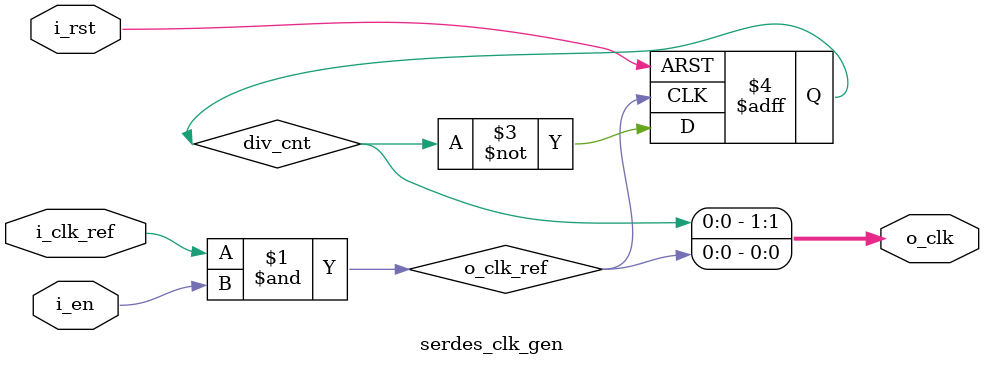
<source format=v>

`timescale 1ns/1ps
`default_nettype none
// verilog_format: on

module serdes_clk_gen (

    // input signals
    i_clk_ref,
    i_rst,
    i_en,

    // output signals
    o_clk

);

  // ----------------------------------------------------------------------
  // Parameters
  // ----------------------------------------------------------------------
  // ----------------------------------------------------------------------

  // ----------------------------------------------------------------------
  // Inputs / Outputs
  // ----------------------------------------------------------------------
  // input signals
  input wire i_clk_ref;
  input wire i_rst;
  input wire i_en;

  // output signals
  output wire [1:0] o_clk;
  // ----------------------------------------------------------------------

  // ----------------------------------------------------------------------
  // Signals
  // ----------------------------------------------------------------------
  reg  div_cnt;
  wire o_clk_ref;
  // ----------------------------------------------------------------------

  // ----------------------------------------------------------------------
  // Assigns
  // ----------------------------------------------------------------------
  assign o_clk_ref = i_clk_ref & i_en;
  assign o_clk = {div_cnt, o_clk_ref};
  // ----------------------------------------------------------------------

  // ----------------------------------------------------------------------
  // Clock Divider
  // ----------------------------------------------------------------------
  always @(posedge o_clk_ref or posedge i_rst) begin
    if (i_rst) begin
      div_cnt <= 1'b0;
    end
    else begin
      div_cnt <= ~div_cnt;
    end
  end

  /*always @(posedge o_clk_ref or posedge i_rst) begin
   *  if (i_rst) begin
   *    div_cnt[0] <= 1'b0;
   *  end
   *  else begin
   *    div_cnt[0] <= ~div_cnt[0];
   *  end
   *end*/

  /*always @(posedge div_cnt[0] or posedge i_rst) begin
   *  if (i_rst) begin
   *    div_cnt[1] <= 1'b0;
   *  end
   *  else begin
   *    div_cnt[1] <= ~div_cnt[1];
   *  end
   *end*/
  // ----------------------------------------------------------------------

endmodule

`default_nettype wire

</source>
